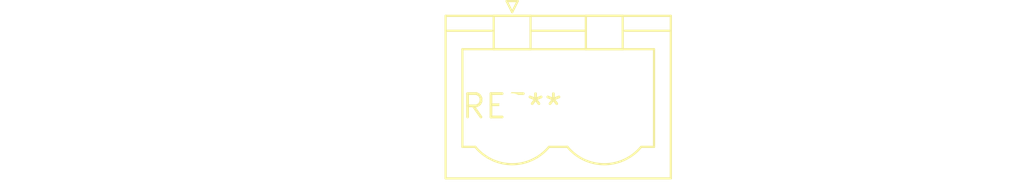
<source format=kicad_pcb>
(kicad_pcb (version 20240108) (generator pcbnew)
  (layers (0 "F.Cu" signal) (31 "B.Cu" signal) (34 "B.Paste" user) (35 "F.Paste" user) (36 "B.SilkS" user "B.Silkscreen") (37 "F.SilkS" user "F.Silkscreen") (38 "B.Mask" user) (39 "F.Mask" user) (44 "Edge.Cuts" user))
  (net 0 "")
  (footprint "PhoenixContact_MSTBVA_2,5_2-G_1x02_P5.00mm_Vertical" (layer "F.Cu") (at 0 0)
    (property "Reference" "REF**")
    (property "Value" "PhoenixContact_MSTBVA_2,5_2-G_1x02_P5.00mm_Vertical")
    (fp_line (start -3.61 -4.91) (end -3.61 3.91) (layer "F.SilkS") (stroke (width 0.12)))
    (fp_line (start -3.61 -4.1) (end -1.11 -4.1) (layer "F.SilkS") (stroke (width 0.12)))
    (fp_line (start -3.61 3.91) (end 8.61 3.91) (layer "F.SilkS") (stroke (width 0.12)))
    (fp_line (start -2.7 -3.1) (end 7.7 -3.1) (layer "F.SilkS") (stroke (width 0.12)))
    (fp_line (start -2.7 2.2) (end -2.7 -3.1) (layer "F.SilkS") (stroke (width 0.12)))
    (fp_line (start -2 2.2) (end -2.7 2.2) (layer "F.SilkS") (stroke (width 0.12)))
    (fp_line (start -1 -4.91) (end 1 -4.91) (layer "F.SilkS") (stroke (width 0.12)))
    (fp_line (start -1 -3.1) (end -1 -4.91) (layer "F.SilkS") (stroke (width 0.12)))
    (fp_line (start -0.3 -5.71) (end 0.3 -5.71) (layer "F.SilkS") (stroke (width 0.12)))
    (fp_line (start 0 -5.11) (end -0.3 -5.71) (layer "F.SilkS") (stroke (width 0.12)))
    (fp_line (start 0.3 -5.71) (end 0 -5.11) (layer "F.SilkS") (stroke (width 0.12)))
    (fp_line (start 1 -4.91) (end 1 -3.1) (layer "F.SilkS") (stroke (width 0.12)))
    (fp_line (start 1 -4.1) (end 4 -4.1) (layer "F.SilkS") (stroke (width 0.12)))
    (fp_line (start 1 -3.1) (end -1 -3.1) (layer "F.SilkS") (stroke (width 0.12)))
    (fp_line (start 2 2.2) (end 3 2.2) (layer "F.SilkS") (stroke (width 0.12)))
    (fp_line (start 4 -4.91) (end 6 -4.91) (layer "F.SilkS") (stroke (width 0.12)))
    (fp_line (start 4 -3.1) (end 4 -4.91) (layer "F.SilkS") (stroke (width 0.12)))
    (fp_line (start 6 -4.91) (end 6 -3.1) (layer "F.SilkS") (stroke (width 0.12)))
    (fp_line (start 6 -3.1) (end 4 -3.1) (layer "F.SilkS") (stroke (width 0.12)))
    (fp_line (start 7.7 -3.1) (end 7.7 2.2) (layer "F.SilkS") (stroke (width 0.12)))
    (fp_line (start 7.7 2.2) (end 7 2.2) (layer "F.SilkS") (stroke (width 0.12)))
    (fp_line (start 8.61 -4.91) (end -3.61 -4.91) (layer "F.SilkS") (stroke (width 0.12)))
    (fp_line (start 8.61 -4.1) (end 6.11 -4.1) (layer "F.SilkS") (stroke (width 0.12)))
    (fp_line (start 8.61 3.91) (end 8.61 -4.91) (layer "F.SilkS") (stroke (width 0.12)))
    (fp_arc (start 1.986842 2.215821) (mid -0.010289 3.142758) (end -2 2.2) (layer "F.SilkS") (stroke (width 0.12)))
    (fp_arc (start 6.986842 2.215821) (mid 4.989711 3.142758) (end 3 2.2) (layer "F.SilkS") (stroke (width 0.12)))
    (pad "1" thru_hole roundrect (at 0 0) (size 2 3.6) (drill 1.4) (layers *.Cu *.Mask) (remove_unused_layers) (roundrect_rratio 0.125))
    (pad "2" thru_hole oval (at 5 0) (size 2 3.6) (drill 1.4) (layers *.Cu *.Mask) (remove_unused_layers))
  )
)
</source>
